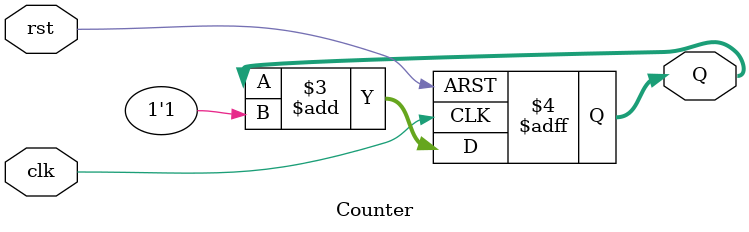
<source format=v>
`timescale 1ns / 1ps


module Counter(
    input clk,
    input rst,
    output reg [7:0] Q
 );

always @ (posedge(clk), posedge(rst))
begin
 if (rst == 1'b1)
     Q <= 8'b0;
 else
     Q <= Q + 1'b1;
end

endmodule

</source>
